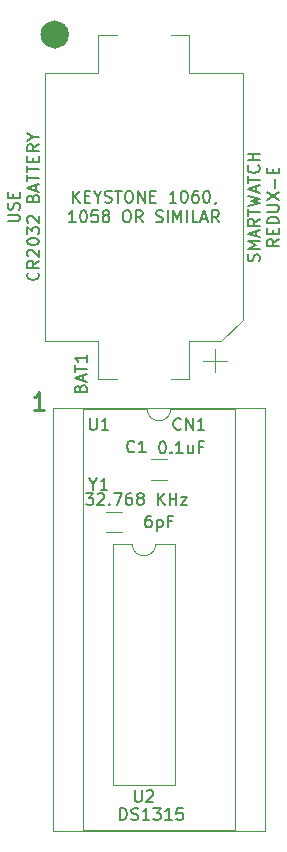
<source format=gto>
%TF.GenerationSoftware,KiCad,Pcbnew,(5.1.9)-1*%
%TF.CreationDate,2021-05-18T21:14:01+08:00*%
%TF.ProjectId,SmartWatchRedux-E-SMT,536d6172-7457-4617-9463-685265647578,rev?*%
%TF.SameCoordinates,Original*%
%TF.FileFunction,Legend,Top*%
%TF.FilePolarity,Positive*%
%FSLAX46Y46*%
G04 Gerber Fmt 4.6, Leading zero omitted, Abs format (unit mm)*
G04 Created by KiCad (PCBNEW (5.1.9)-1) date 2021-05-18 21:14:01*
%MOMM*%
%LPD*%
G01*
G04 APERTURE LIST*
%ADD10C,0.150000*%
%ADD11C,0.100000*%
%ADD12C,1.000000*%
%ADD13C,0.230000*%
%ADD14C,0.120000*%
G04 APERTURE END LIST*
D10*
X117419523Y-71207380D02*
X117229047Y-71207380D01*
X117133809Y-71255000D01*
X117086190Y-71302619D01*
X116990952Y-71445476D01*
X116943333Y-71635952D01*
X116943333Y-72016904D01*
X116990952Y-72112142D01*
X117038571Y-72159761D01*
X117133809Y-72207380D01*
X117324285Y-72207380D01*
X117419523Y-72159761D01*
X117467142Y-72112142D01*
X117514761Y-72016904D01*
X117514761Y-71778809D01*
X117467142Y-71683571D01*
X117419523Y-71635952D01*
X117324285Y-71588333D01*
X117133809Y-71588333D01*
X117038571Y-71635952D01*
X116990952Y-71683571D01*
X116943333Y-71778809D01*
X117943333Y-71540714D02*
X117943333Y-72540714D01*
X117943333Y-71588333D02*
X118038571Y-71540714D01*
X118229047Y-71540714D01*
X118324285Y-71588333D01*
X118371904Y-71635952D01*
X118419523Y-71731190D01*
X118419523Y-72016904D01*
X118371904Y-72112142D01*
X118324285Y-72159761D01*
X118229047Y-72207380D01*
X118038571Y-72207380D01*
X117943333Y-72159761D01*
X119181428Y-71683571D02*
X118848095Y-71683571D01*
X118848095Y-72207380D02*
X118848095Y-71207380D01*
X119324285Y-71207380D01*
D11*
G36*
X109855000Y-31115000D02*
G01*
X108585000Y-31115000D01*
X108585000Y-29845000D01*
X109855000Y-29845000D01*
X109855000Y-31115000D01*
G37*
X109855000Y-31115000D02*
X108585000Y-31115000D01*
X108585000Y-29845000D01*
X109855000Y-29845000D01*
X109855000Y-31115000D01*
D12*
X109985000Y-30480000D02*
G75*
G03*
X109985000Y-30480000I-700000J0D01*
G01*
D13*
X108378571Y-62273571D02*
X107521428Y-62273571D01*
X107950000Y-62273571D02*
X107950000Y-60773571D01*
X107807142Y-60987857D01*
X107664285Y-61130714D01*
X107521428Y-61202142D01*
D10*
X126579761Y-49656428D02*
X126627380Y-49513571D01*
X126627380Y-49275476D01*
X126579761Y-49180238D01*
X126532142Y-49132619D01*
X126436904Y-49085000D01*
X126341666Y-49085000D01*
X126246428Y-49132619D01*
X126198809Y-49180238D01*
X126151190Y-49275476D01*
X126103571Y-49465952D01*
X126055952Y-49561190D01*
X126008333Y-49608809D01*
X125913095Y-49656428D01*
X125817857Y-49656428D01*
X125722619Y-49608809D01*
X125675000Y-49561190D01*
X125627380Y-49465952D01*
X125627380Y-49227857D01*
X125675000Y-49085000D01*
X126627380Y-48656428D02*
X125627380Y-48656428D01*
X126341666Y-48323095D01*
X125627380Y-47989761D01*
X126627380Y-47989761D01*
X126341666Y-47561190D02*
X126341666Y-47085000D01*
X126627380Y-47656428D02*
X125627380Y-47323095D01*
X126627380Y-46989761D01*
X126627380Y-46085000D02*
X126151190Y-46418333D01*
X126627380Y-46656428D02*
X125627380Y-46656428D01*
X125627380Y-46275476D01*
X125675000Y-46180238D01*
X125722619Y-46132619D01*
X125817857Y-46085000D01*
X125960714Y-46085000D01*
X126055952Y-46132619D01*
X126103571Y-46180238D01*
X126151190Y-46275476D01*
X126151190Y-46656428D01*
X125627380Y-45799285D02*
X125627380Y-45227857D01*
X126627380Y-45513571D02*
X125627380Y-45513571D01*
X125627380Y-44989761D02*
X126627380Y-44751666D01*
X125913095Y-44561190D01*
X126627380Y-44370714D01*
X125627380Y-44132619D01*
X126341666Y-43799285D02*
X126341666Y-43323095D01*
X126627380Y-43894523D02*
X125627380Y-43561190D01*
X126627380Y-43227857D01*
X125627380Y-43037380D02*
X125627380Y-42465952D01*
X126627380Y-42751666D02*
X125627380Y-42751666D01*
X126532142Y-41561190D02*
X126579761Y-41608809D01*
X126627380Y-41751666D01*
X126627380Y-41846904D01*
X126579761Y-41989761D01*
X126484523Y-42085000D01*
X126389285Y-42132619D01*
X126198809Y-42180238D01*
X126055952Y-42180238D01*
X125865476Y-42132619D01*
X125770238Y-42085000D01*
X125675000Y-41989761D01*
X125627380Y-41846904D01*
X125627380Y-41751666D01*
X125675000Y-41608809D01*
X125722619Y-41561190D01*
X126627380Y-41132619D02*
X125627380Y-41132619D01*
X126103571Y-41132619D02*
X126103571Y-40561190D01*
X126627380Y-40561190D02*
X125627380Y-40561190D01*
X128277380Y-47799285D02*
X127801190Y-48132619D01*
X128277380Y-48370714D02*
X127277380Y-48370714D01*
X127277380Y-47989761D01*
X127325000Y-47894523D01*
X127372619Y-47846904D01*
X127467857Y-47799285D01*
X127610714Y-47799285D01*
X127705952Y-47846904D01*
X127753571Y-47894523D01*
X127801190Y-47989761D01*
X127801190Y-48370714D01*
X127753571Y-47370714D02*
X127753571Y-47037380D01*
X128277380Y-46894523D02*
X128277380Y-47370714D01*
X127277380Y-47370714D01*
X127277380Y-46894523D01*
X128277380Y-46465952D02*
X127277380Y-46465952D01*
X127277380Y-46227857D01*
X127325000Y-46085000D01*
X127420238Y-45989761D01*
X127515476Y-45942142D01*
X127705952Y-45894523D01*
X127848809Y-45894523D01*
X128039285Y-45942142D01*
X128134523Y-45989761D01*
X128229761Y-46085000D01*
X128277380Y-46227857D01*
X128277380Y-46465952D01*
X127277380Y-45465952D02*
X128086904Y-45465952D01*
X128182142Y-45418333D01*
X128229761Y-45370714D01*
X128277380Y-45275476D01*
X128277380Y-45085000D01*
X128229761Y-44989761D01*
X128182142Y-44942142D01*
X128086904Y-44894523D01*
X127277380Y-44894523D01*
X127277380Y-44513571D02*
X128277380Y-43846904D01*
X127277380Y-43846904D02*
X128277380Y-44513571D01*
X127896428Y-43465952D02*
X127896428Y-42704047D01*
X127753571Y-42227857D02*
X127753571Y-41894523D01*
X128277380Y-41751666D02*
X128277380Y-42227857D01*
X127277380Y-42227857D01*
X127277380Y-41751666D01*
X105307380Y-46299285D02*
X106116904Y-46299285D01*
X106212142Y-46251666D01*
X106259761Y-46204047D01*
X106307380Y-46108809D01*
X106307380Y-45918333D01*
X106259761Y-45823095D01*
X106212142Y-45775476D01*
X106116904Y-45727857D01*
X105307380Y-45727857D01*
X106259761Y-45299285D02*
X106307380Y-45156428D01*
X106307380Y-44918333D01*
X106259761Y-44823095D01*
X106212142Y-44775476D01*
X106116904Y-44727857D01*
X106021666Y-44727857D01*
X105926428Y-44775476D01*
X105878809Y-44823095D01*
X105831190Y-44918333D01*
X105783571Y-45108809D01*
X105735952Y-45204047D01*
X105688333Y-45251666D01*
X105593095Y-45299285D01*
X105497857Y-45299285D01*
X105402619Y-45251666D01*
X105355000Y-45204047D01*
X105307380Y-45108809D01*
X105307380Y-44870714D01*
X105355000Y-44727857D01*
X105783571Y-44299285D02*
X105783571Y-43965952D01*
X106307380Y-43823095D02*
X106307380Y-44299285D01*
X105307380Y-44299285D01*
X105307380Y-43823095D01*
X107862142Y-50632619D02*
X107909761Y-50680238D01*
X107957380Y-50823095D01*
X107957380Y-50918333D01*
X107909761Y-51061190D01*
X107814523Y-51156428D01*
X107719285Y-51204047D01*
X107528809Y-51251666D01*
X107385952Y-51251666D01*
X107195476Y-51204047D01*
X107100238Y-51156428D01*
X107005000Y-51061190D01*
X106957380Y-50918333D01*
X106957380Y-50823095D01*
X107005000Y-50680238D01*
X107052619Y-50632619D01*
X107957380Y-49632619D02*
X107481190Y-49965952D01*
X107957380Y-50204047D02*
X106957380Y-50204047D01*
X106957380Y-49823095D01*
X107005000Y-49727857D01*
X107052619Y-49680238D01*
X107147857Y-49632619D01*
X107290714Y-49632619D01*
X107385952Y-49680238D01*
X107433571Y-49727857D01*
X107481190Y-49823095D01*
X107481190Y-50204047D01*
X107052619Y-49251666D02*
X107005000Y-49204047D01*
X106957380Y-49108809D01*
X106957380Y-48870714D01*
X107005000Y-48775476D01*
X107052619Y-48727857D01*
X107147857Y-48680238D01*
X107243095Y-48680238D01*
X107385952Y-48727857D01*
X107957380Y-49299285D01*
X107957380Y-48680238D01*
X106957380Y-48061190D02*
X106957380Y-47965952D01*
X107005000Y-47870714D01*
X107052619Y-47823095D01*
X107147857Y-47775476D01*
X107338333Y-47727857D01*
X107576428Y-47727857D01*
X107766904Y-47775476D01*
X107862142Y-47823095D01*
X107909761Y-47870714D01*
X107957380Y-47965952D01*
X107957380Y-48061190D01*
X107909761Y-48156428D01*
X107862142Y-48204047D01*
X107766904Y-48251666D01*
X107576428Y-48299285D01*
X107338333Y-48299285D01*
X107147857Y-48251666D01*
X107052619Y-48204047D01*
X107005000Y-48156428D01*
X106957380Y-48061190D01*
X106957380Y-47394523D02*
X106957380Y-46775476D01*
X107338333Y-47108809D01*
X107338333Y-46965952D01*
X107385952Y-46870714D01*
X107433571Y-46823095D01*
X107528809Y-46775476D01*
X107766904Y-46775476D01*
X107862142Y-46823095D01*
X107909761Y-46870714D01*
X107957380Y-46965952D01*
X107957380Y-47251666D01*
X107909761Y-47346904D01*
X107862142Y-47394523D01*
X107052619Y-46394523D02*
X107005000Y-46346904D01*
X106957380Y-46251666D01*
X106957380Y-46013571D01*
X107005000Y-45918333D01*
X107052619Y-45870714D01*
X107147857Y-45823095D01*
X107243095Y-45823095D01*
X107385952Y-45870714D01*
X107957380Y-46442142D01*
X107957380Y-45823095D01*
X107433571Y-44299285D02*
X107481190Y-44156428D01*
X107528809Y-44108809D01*
X107624047Y-44061190D01*
X107766904Y-44061190D01*
X107862142Y-44108809D01*
X107909761Y-44156428D01*
X107957380Y-44251666D01*
X107957380Y-44632619D01*
X106957380Y-44632619D01*
X106957380Y-44299285D01*
X107005000Y-44204047D01*
X107052619Y-44156428D01*
X107147857Y-44108809D01*
X107243095Y-44108809D01*
X107338333Y-44156428D01*
X107385952Y-44204047D01*
X107433571Y-44299285D01*
X107433571Y-44632619D01*
X107671666Y-43680238D02*
X107671666Y-43204047D01*
X107957380Y-43775476D02*
X106957380Y-43442142D01*
X107957380Y-43108809D01*
X106957380Y-42918333D02*
X106957380Y-42346904D01*
X107957380Y-42632619D02*
X106957380Y-42632619D01*
X106957380Y-42156428D02*
X106957380Y-41585000D01*
X107957380Y-41870714D02*
X106957380Y-41870714D01*
X107433571Y-41251666D02*
X107433571Y-40918333D01*
X107957380Y-40775476D02*
X107957380Y-41251666D01*
X106957380Y-41251666D01*
X106957380Y-40775476D01*
X107957380Y-39775476D02*
X107481190Y-40108809D01*
X107957380Y-40346904D02*
X106957380Y-40346904D01*
X106957380Y-39965952D01*
X107005000Y-39870714D01*
X107052619Y-39823095D01*
X107147857Y-39775476D01*
X107290714Y-39775476D01*
X107385952Y-39823095D01*
X107433571Y-39870714D01*
X107481190Y-39965952D01*
X107481190Y-40346904D01*
X107481190Y-39156428D02*
X107957380Y-39156428D01*
X106957380Y-39489761D02*
X107481190Y-39156428D01*
X106957380Y-38823095D01*
X110816190Y-44712380D02*
X110816190Y-43712380D01*
X111387619Y-44712380D02*
X110959047Y-44140952D01*
X111387619Y-43712380D02*
X110816190Y-44283809D01*
X111816190Y-44188571D02*
X112149523Y-44188571D01*
X112292380Y-44712380D02*
X111816190Y-44712380D01*
X111816190Y-43712380D01*
X112292380Y-43712380D01*
X112911428Y-44236190D02*
X112911428Y-44712380D01*
X112578095Y-43712380D02*
X112911428Y-44236190D01*
X113244761Y-43712380D01*
X113530476Y-44664761D02*
X113673333Y-44712380D01*
X113911428Y-44712380D01*
X114006666Y-44664761D01*
X114054285Y-44617142D01*
X114101904Y-44521904D01*
X114101904Y-44426666D01*
X114054285Y-44331428D01*
X114006666Y-44283809D01*
X113911428Y-44236190D01*
X113720952Y-44188571D01*
X113625714Y-44140952D01*
X113578095Y-44093333D01*
X113530476Y-43998095D01*
X113530476Y-43902857D01*
X113578095Y-43807619D01*
X113625714Y-43760000D01*
X113720952Y-43712380D01*
X113959047Y-43712380D01*
X114101904Y-43760000D01*
X114387619Y-43712380D02*
X114959047Y-43712380D01*
X114673333Y-44712380D02*
X114673333Y-43712380D01*
X115482857Y-43712380D02*
X115673333Y-43712380D01*
X115768571Y-43760000D01*
X115863809Y-43855238D01*
X115911428Y-44045714D01*
X115911428Y-44379047D01*
X115863809Y-44569523D01*
X115768571Y-44664761D01*
X115673333Y-44712380D01*
X115482857Y-44712380D01*
X115387619Y-44664761D01*
X115292380Y-44569523D01*
X115244761Y-44379047D01*
X115244761Y-44045714D01*
X115292380Y-43855238D01*
X115387619Y-43760000D01*
X115482857Y-43712380D01*
X116340000Y-44712380D02*
X116340000Y-43712380D01*
X116911428Y-44712380D01*
X116911428Y-43712380D01*
X117387619Y-44188571D02*
X117720952Y-44188571D01*
X117863809Y-44712380D02*
X117387619Y-44712380D01*
X117387619Y-43712380D01*
X117863809Y-43712380D01*
X119578095Y-44712380D02*
X119006666Y-44712380D01*
X119292380Y-44712380D02*
X119292380Y-43712380D01*
X119197142Y-43855238D01*
X119101904Y-43950476D01*
X119006666Y-43998095D01*
X120197142Y-43712380D02*
X120292380Y-43712380D01*
X120387619Y-43760000D01*
X120435238Y-43807619D01*
X120482857Y-43902857D01*
X120530476Y-44093333D01*
X120530476Y-44331428D01*
X120482857Y-44521904D01*
X120435238Y-44617142D01*
X120387619Y-44664761D01*
X120292380Y-44712380D01*
X120197142Y-44712380D01*
X120101904Y-44664761D01*
X120054285Y-44617142D01*
X120006666Y-44521904D01*
X119959047Y-44331428D01*
X119959047Y-44093333D01*
X120006666Y-43902857D01*
X120054285Y-43807619D01*
X120101904Y-43760000D01*
X120197142Y-43712380D01*
X121387619Y-43712380D02*
X121197142Y-43712380D01*
X121101904Y-43760000D01*
X121054285Y-43807619D01*
X120959047Y-43950476D01*
X120911428Y-44140952D01*
X120911428Y-44521904D01*
X120959047Y-44617142D01*
X121006666Y-44664761D01*
X121101904Y-44712380D01*
X121292380Y-44712380D01*
X121387619Y-44664761D01*
X121435238Y-44617142D01*
X121482857Y-44521904D01*
X121482857Y-44283809D01*
X121435238Y-44188571D01*
X121387619Y-44140952D01*
X121292380Y-44093333D01*
X121101904Y-44093333D01*
X121006666Y-44140952D01*
X120959047Y-44188571D01*
X120911428Y-44283809D01*
X122101904Y-43712380D02*
X122197142Y-43712380D01*
X122292380Y-43760000D01*
X122340000Y-43807619D01*
X122387619Y-43902857D01*
X122435238Y-44093333D01*
X122435238Y-44331428D01*
X122387619Y-44521904D01*
X122340000Y-44617142D01*
X122292380Y-44664761D01*
X122197142Y-44712380D01*
X122101904Y-44712380D01*
X122006666Y-44664761D01*
X121959047Y-44617142D01*
X121911428Y-44521904D01*
X121863809Y-44331428D01*
X121863809Y-44093333D01*
X121911428Y-43902857D01*
X121959047Y-43807619D01*
X122006666Y-43760000D01*
X122101904Y-43712380D01*
X122911428Y-44664761D02*
X122911428Y-44712380D01*
X122863809Y-44807619D01*
X122816190Y-44855238D01*
X111054285Y-46362380D02*
X110482857Y-46362380D01*
X110768571Y-46362380D02*
X110768571Y-45362380D01*
X110673333Y-45505238D01*
X110578095Y-45600476D01*
X110482857Y-45648095D01*
X111673333Y-45362380D02*
X111768571Y-45362380D01*
X111863809Y-45410000D01*
X111911428Y-45457619D01*
X111959047Y-45552857D01*
X112006666Y-45743333D01*
X112006666Y-45981428D01*
X111959047Y-46171904D01*
X111911428Y-46267142D01*
X111863809Y-46314761D01*
X111768571Y-46362380D01*
X111673333Y-46362380D01*
X111578095Y-46314761D01*
X111530476Y-46267142D01*
X111482857Y-46171904D01*
X111435238Y-45981428D01*
X111435238Y-45743333D01*
X111482857Y-45552857D01*
X111530476Y-45457619D01*
X111578095Y-45410000D01*
X111673333Y-45362380D01*
X112911428Y-45362380D02*
X112435238Y-45362380D01*
X112387619Y-45838571D01*
X112435238Y-45790952D01*
X112530476Y-45743333D01*
X112768571Y-45743333D01*
X112863809Y-45790952D01*
X112911428Y-45838571D01*
X112959047Y-45933809D01*
X112959047Y-46171904D01*
X112911428Y-46267142D01*
X112863809Y-46314761D01*
X112768571Y-46362380D01*
X112530476Y-46362380D01*
X112435238Y-46314761D01*
X112387619Y-46267142D01*
X113530476Y-45790952D02*
X113435238Y-45743333D01*
X113387619Y-45695714D01*
X113340000Y-45600476D01*
X113340000Y-45552857D01*
X113387619Y-45457619D01*
X113435238Y-45410000D01*
X113530476Y-45362380D01*
X113720952Y-45362380D01*
X113816190Y-45410000D01*
X113863809Y-45457619D01*
X113911428Y-45552857D01*
X113911428Y-45600476D01*
X113863809Y-45695714D01*
X113816190Y-45743333D01*
X113720952Y-45790952D01*
X113530476Y-45790952D01*
X113435238Y-45838571D01*
X113387619Y-45886190D01*
X113340000Y-45981428D01*
X113340000Y-46171904D01*
X113387619Y-46267142D01*
X113435238Y-46314761D01*
X113530476Y-46362380D01*
X113720952Y-46362380D01*
X113816190Y-46314761D01*
X113863809Y-46267142D01*
X113911428Y-46171904D01*
X113911428Y-45981428D01*
X113863809Y-45886190D01*
X113816190Y-45838571D01*
X113720952Y-45790952D01*
X115292380Y-45362380D02*
X115482857Y-45362380D01*
X115578095Y-45410000D01*
X115673333Y-45505238D01*
X115720952Y-45695714D01*
X115720952Y-46029047D01*
X115673333Y-46219523D01*
X115578095Y-46314761D01*
X115482857Y-46362380D01*
X115292380Y-46362380D01*
X115197142Y-46314761D01*
X115101904Y-46219523D01*
X115054285Y-46029047D01*
X115054285Y-45695714D01*
X115101904Y-45505238D01*
X115197142Y-45410000D01*
X115292380Y-45362380D01*
X116720952Y-46362380D02*
X116387619Y-45886190D01*
X116149523Y-46362380D02*
X116149523Y-45362380D01*
X116530476Y-45362380D01*
X116625714Y-45410000D01*
X116673333Y-45457619D01*
X116720952Y-45552857D01*
X116720952Y-45695714D01*
X116673333Y-45790952D01*
X116625714Y-45838571D01*
X116530476Y-45886190D01*
X116149523Y-45886190D01*
X117863809Y-46314761D02*
X118006666Y-46362380D01*
X118244761Y-46362380D01*
X118340000Y-46314761D01*
X118387619Y-46267142D01*
X118435238Y-46171904D01*
X118435238Y-46076666D01*
X118387619Y-45981428D01*
X118340000Y-45933809D01*
X118244761Y-45886190D01*
X118054285Y-45838571D01*
X117959047Y-45790952D01*
X117911428Y-45743333D01*
X117863809Y-45648095D01*
X117863809Y-45552857D01*
X117911428Y-45457619D01*
X117959047Y-45410000D01*
X118054285Y-45362380D01*
X118292380Y-45362380D01*
X118435238Y-45410000D01*
X118863809Y-46362380D02*
X118863809Y-45362380D01*
X119340000Y-46362380D02*
X119340000Y-45362380D01*
X119673333Y-46076666D01*
X120006666Y-45362380D01*
X120006666Y-46362380D01*
X120482857Y-46362380D02*
X120482857Y-45362380D01*
X121435238Y-46362380D02*
X120959047Y-46362380D01*
X120959047Y-45362380D01*
X121720952Y-46076666D02*
X122197142Y-46076666D01*
X121625714Y-46362380D02*
X121959047Y-45362380D01*
X122292380Y-46362380D01*
X123197142Y-46362380D02*
X122863809Y-45886190D01*
X122625714Y-46362380D02*
X122625714Y-45362380D01*
X123006666Y-45362380D01*
X123101904Y-45410000D01*
X123149523Y-45457619D01*
X123197142Y-45552857D01*
X123197142Y-45695714D01*
X123149523Y-45790952D01*
X123101904Y-45838571D01*
X123006666Y-45886190D01*
X122625714Y-45886190D01*
D14*
%TO.C,Y1*%
X114975000Y-72630000D02*
X113625000Y-72630000D01*
X114975000Y-70880000D02*
X113625000Y-70880000D01*
%TO.C,BAT1*%
X122840000Y-57085000D02*
X122840000Y-59085000D01*
X121840000Y-58085000D02*
X123840000Y-58085000D01*
X108490000Y-33735000D02*
X112990000Y-33735000D01*
X108490000Y-56435000D02*
X112990000Y-56435000D01*
X108490000Y-56435000D02*
X108490000Y-33735000D01*
X112990000Y-30535000D02*
X114540000Y-30535000D01*
X112990000Y-33735000D02*
X112990000Y-30535000D01*
X112990000Y-59635000D02*
X114540000Y-59635000D01*
X112990000Y-56435000D02*
X112990000Y-59635000D01*
X120690000Y-59635000D02*
X119140000Y-59635000D01*
X120690000Y-56435000D02*
X120690000Y-59635000D01*
X125190000Y-54635000D02*
X123390000Y-56435000D01*
X123390000Y-56435000D02*
X120690000Y-56435000D01*
X125190000Y-33735000D02*
X125190000Y-54635000D01*
X125190000Y-33735000D02*
X120690000Y-33735000D01*
X120690000Y-30535000D02*
X119140000Y-30535000D01*
X120690000Y-33735000D02*
X120690000Y-30535000D01*
%TO.C,C1*%
X118821252Y-66400000D02*
X117398748Y-66400000D01*
X118821252Y-68220000D02*
X117398748Y-68220000D01*
%TO.C,U1*%
X117110000Y-62170000D02*
X111650000Y-62170000D01*
X111650000Y-62170000D02*
X111650000Y-97850000D01*
X111650000Y-97850000D02*
X124570000Y-97850000D01*
X124570000Y-97850000D02*
X124570000Y-62170000D01*
X124570000Y-62170000D02*
X119110000Y-62170000D01*
X109160000Y-62110000D02*
X109160000Y-97910000D01*
X109160000Y-97910000D02*
X127060000Y-97910000D01*
X127060000Y-97910000D02*
X127060000Y-62110000D01*
X127060000Y-62110000D02*
X109160000Y-62110000D01*
X119110000Y-62170000D02*
G75*
G02*
X117110000Y-62170000I-1000000J0D01*
G01*
%TO.C,U2*%
X115840000Y-73600000D02*
X114190000Y-73600000D01*
X114190000Y-73600000D02*
X114190000Y-94040000D01*
X114190000Y-94040000D02*
X119490000Y-94040000D01*
X119490000Y-94040000D02*
X119490000Y-73600000D01*
X119490000Y-73600000D02*
X117840000Y-73600000D01*
X117840000Y-73600000D02*
G75*
G02*
X115840000Y-73600000I-1000000J0D01*
G01*
%TO.C,Y1*%
D10*
X112553809Y-68556190D02*
X112553809Y-69032380D01*
X112220476Y-68032380D02*
X112553809Y-68556190D01*
X112887142Y-68032380D01*
X113744285Y-69032380D02*
X113172857Y-69032380D01*
X113458571Y-69032380D02*
X113458571Y-68032380D01*
X113363333Y-68175238D01*
X113268095Y-68270476D01*
X113172857Y-68318095D01*
X111919285Y-69302380D02*
X112538333Y-69302380D01*
X112205000Y-69683333D01*
X112347857Y-69683333D01*
X112443095Y-69730952D01*
X112490714Y-69778571D01*
X112538333Y-69873809D01*
X112538333Y-70111904D01*
X112490714Y-70207142D01*
X112443095Y-70254761D01*
X112347857Y-70302380D01*
X112062142Y-70302380D01*
X111966904Y-70254761D01*
X111919285Y-70207142D01*
X112919285Y-69397619D02*
X112966904Y-69350000D01*
X113062142Y-69302380D01*
X113300238Y-69302380D01*
X113395476Y-69350000D01*
X113443095Y-69397619D01*
X113490714Y-69492857D01*
X113490714Y-69588095D01*
X113443095Y-69730952D01*
X112871666Y-70302380D01*
X113490714Y-70302380D01*
X113919285Y-70207142D02*
X113966904Y-70254761D01*
X113919285Y-70302380D01*
X113871666Y-70254761D01*
X113919285Y-70207142D01*
X113919285Y-70302380D01*
X114300238Y-69302380D02*
X114966904Y-69302380D01*
X114538333Y-70302380D01*
X115776428Y-69302380D02*
X115585952Y-69302380D01*
X115490714Y-69350000D01*
X115443095Y-69397619D01*
X115347857Y-69540476D01*
X115300238Y-69730952D01*
X115300238Y-70111904D01*
X115347857Y-70207142D01*
X115395476Y-70254761D01*
X115490714Y-70302380D01*
X115681190Y-70302380D01*
X115776428Y-70254761D01*
X115824047Y-70207142D01*
X115871666Y-70111904D01*
X115871666Y-69873809D01*
X115824047Y-69778571D01*
X115776428Y-69730952D01*
X115681190Y-69683333D01*
X115490714Y-69683333D01*
X115395476Y-69730952D01*
X115347857Y-69778571D01*
X115300238Y-69873809D01*
X116443095Y-69730952D02*
X116347857Y-69683333D01*
X116300238Y-69635714D01*
X116252619Y-69540476D01*
X116252619Y-69492857D01*
X116300238Y-69397619D01*
X116347857Y-69350000D01*
X116443095Y-69302380D01*
X116633571Y-69302380D01*
X116728809Y-69350000D01*
X116776428Y-69397619D01*
X116824047Y-69492857D01*
X116824047Y-69540476D01*
X116776428Y-69635714D01*
X116728809Y-69683333D01*
X116633571Y-69730952D01*
X116443095Y-69730952D01*
X116347857Y-69778571D01*
X116300238Y-69826190D01*
X116252619Y-69921428D01*
X116252619Y-70111904D01*
X116300238Y-70207142D01*
X116347857Y-70254761D01*
X116443095Y-70302380D01*
X116633571Y-70302380D01*
X116728809Y-70254761D01*
X116776428Y-70207142D01*
X116824047Y-70111904D01*
X116824047Y-69921428D01*
X116776428Y-69826190D01*
X116728809Y-69778571D01*
X116633571Y-69730952D01*
X118014523Y-70302380D02*
X118014523Y-69302380D01*
X118585952Y-70302380D02*
X118157380Y-69730952D01*
X118585952Y-69302380D02*
X118014523Y-69873809D01*
X119014523Y-70302380D02*
X119014523Y-69302380D01*
X119014523Y-69778571D02*
X119585952Y-69778571D01*
X119585952Y-70302380D02*
X119585952Y-69302380D01*
X119966904Y-69635714D02*
X120490714Y-69635714D01*
X119966904Y-70302380D01*
X120490714Y-70302380D01*
%TO.C,BAT1*%
X111468571Y-60424285D02*
X111516190Y-60281428D01*
X111563809Y-60233809D01*
X111659047Y-60186190D01*
X111801904Y-60186190D01*
X111897142Y-60233809D01*
X111944761Y-60281428D01*
X111992380Y-60376666D01*
X111992380Y-60757619D01*
X110992380Y-60757619D01*
X110992380Y-60424285D01*
X111040000Y-60329047D01*
X111087619Y-60281428D01*
X111182857Y-60233809D01*
X111278095Y-60233809D01*
X111373333Y-60281428D01*
X111420952Y-60329047D01*
X111468571Y-60424285D01*
X111468571Y-60757619D01*
X111706666Y-59805238D02*
X111706666Y-59329047D01*
X111992380Y-59900476D02*
X110992380Y-59567142D01*
X111992380Y-59233809D01*
X110992380Y-59043333D02*
X110992380Y-58471904D01*
X111992380Y-58757619D02*
X110992380Y-58757619D01*
X111992380Y-57614761D02*
X111992380Y-58186190D01*
X111992380Y-57900476D02*
X110992380Y-57900476D01*
X111135238Y-57995714D01*
X111230476Y-58090952D01*
X111278095Y-58186190D01*
%TO.C,C1*%
X116038333Y-65762142D02*
X115990714Y-65809761D01*
X115847857Y-65857380D01*
X115752619Y-65857380D01*
X115609761Y-65809761D01*
X115514523Y-65714523D01*
X115466904Y-65619285D01*
X115419285Y-65428809D01*
X115419285Y-65285952D01*
X115466904Y-65095476D01*
X115514523Y-65000238D01*
X115609761Y-64905000D01*
X115752619Y-64857380D01*
X115847857Y-64857380D01*
X115990714Y-64905000D01*
X116038333Y-64952619D01*
X116990714Y-65857380D02*
X116419285Y-65857380D01*
X116705000Y-65857380D02*
X116705000Y-64857380D01*
X116609761Y-65000238D01*
X116514523Y-65095476D01*
X116419285Y-65143095D01*
X118372142Y-64912380D02*
X118467380Y-64912380D01*
X118562619Y-64960000D01*
X118610238Y-65007619D01*
X118657857Y-65102857D01*
X118705476Y-65293333D01*
X118705476Y-65531428D01*
X118657857Y-65721904D01*
X118610238Y-65817142D01*
X118562619Y-65864761D01*
X118467380Y-65912380D01*
X118372142Y-65912380D01*
X118276904Y-65864761D01*
X118229285Y-65817142D01*
X118181666Y-65721904D01*
X118134047Y-65531428D01*
X118134047Y-65293333D01*
X118181666Y-65102857D01*
X118229285Y-65007619D01*
X118276904Y-64960000D01*
X118372142Y-64912380D01*
X119134047Y-65817142D02*
X119181666Y-65864761D01*
X119134047Y-65912380D01*
X119086428Y-65864761D01*
X119134047Y-65817142D01*
X119134047Y-65912380D01*
X120134047Y-65912380D02*
X119562619Y-65912380D01*
X119848333Y-65912380D02*
X119848333Y-64912380D01*
X119753095Y-65055238D01*
X119657857Y-65150476D01*
X119562619Y-65198095D01*
X120991190Y-65245714D02*
X120991190Y-65912380D01*
X120562619Y-65245714D02*
X120562619Y-65769523D01*
X120610238Y-65864761D01*
X120705476Y-65912380D01*
X120848333Y-65912380D01*
X120943571Y-65864761D01*
X120991190Y-65817142D01*
X121800714Y-65388571D02*
X121467380Y-65388571D01*
X121467380Y-65912380D02*
X121467380Y-64912380D01*
X121943571Y-64912380D01*
%TO.C,CN1*%
X119959523Y-63857142D02*
X119911904Y-63904761D01*
X119769047Y-63952380D01*
X119673809Y-63952380D01*
X119530952Y-63904761D01*
X119435714Y-63809523D01*
X119388095Y-63714285D01*
X119340476Y-63523809D01*
X119340476Y-63380952D01*
X119388095Y-63190476D01*
X119435714Y-63095238D01*
X119530952Y-63000000D01*
X119673809Y-62952380D01*
X119769047Y-62952380D01*
X119911904Y-63000000D01*
X119959523Y-63047619D01*
X120388095Y-63952380D02*
X120388095Y-62952380D01*
X120959523Y-63952380D01*
X120959523Y-62952380D01*
X121959523Y-63952380D02*
X121388095Y-63952380D01*
X121673809Y-63952380D02*
X121673809Y-62952380D01*
X121578571Y-63095238D01*
X121483333Y-63190476D01*
X121388095Y-63238095D01*
%TO.C,U1*%
X112268095Y-62952380D02*
X112268095Y-63761904D01*
X112315714Y-63857142D01*
X112363333Y-63904761D01*
X112458571Y-63952380D01*
X112649047Y-63952380D01*
X112744285Y-63904761D01*
X112791904Y-63857142D01*
X112839523Y-63761904D01*
X112839523Y-62952380D01*
X113839523Y-63952380D02*
X113268095Y-63952380D01*
X113553809Y-63952380D02*
X113553809Y-62952380D01*
X113458571Y-63095238D01*
X113363333Y-63190476D01*
X113268095Y-63238095D01*
%TO.C,U2*%
X116078095Y-94448380D02*
X116078095Y-95257904D01*
X116125714Y-95353142D01*
X116173333Y-95400761D01*
X116268571Y-95448380D01*
X116459047Y-95448380D01*
X116554285Y-95400761D01*
X116601904Y-95353142D01*
X116649523Y-95257904D01*
X116649523Y-94448380D01*
X117078095Y-94543619D02*
X117125714Y-94496000D01*
X117220952Y-94448380D01*
X117459047Y-94448380D01*
X117554285Y-94496000D01*
X117601904Y-94543619D01*
X117649523Y-94638857D01*
X117649523Y-94734095D01*
X117601904Y-94876952D01*
X117030476Y-95448380D01*
X117649523Y-95448380D01*
X114832142Y-96972380D02*
X114832142Y-95972380D01*
X115070238Y-95972380D01*
X115213095Y-96020000D01*
X115308333Y-96115238D01*
X115355952Y-96210476D01*
X115403571Y-96400952D01*
X115403571Y-96543809D01*
X115355952Y-96734285D01*
X115308333Y-96829523D01*
X115213095Y-96924761D01*
X115070238Y-96972380D01*
X114832142Y-96972380D01*
X115784523Y-96924761D02*
X115927380Y-96972380D01*
X116165476Y-96972380D01*
X116260714Y-96924761D01*
X116308333Y-96877142D01*
X116355952Y-96781904D01*
X116355952Y-96686666D01*
X116308333Y-96591428D01*
X116260714Y-96543809D01*
X116165476Y-96496190D01*
X115975000Y-96448571D01*
X115879761Y-96400952D01*
X115832142Y-96353333D01*
X115784523Y-96258095D01*
X115784523Y-96162857D01*
X115832142Y-96067619D01*
X115879761Y-96020000D01*
X115975000Y-95972380D01*
X116213095Y-95972380D01*
X116355952Y-96020000D01*
X117308333Y-96972380D02*
X116736904Y-96972380D01*
X117022619Y-96972380D02*
X117022619Y-95972380D01*
X116927380Y-96115238D01*
X116832142Y-96210476D01*
X116736904Y-96258095D01*
X117641666Y-95972380D02*
X118260714Y-95972380D01*
X117927380Y-96353333D01*
X118070238Y-96353333D01*
X118165476Y-96400952D01*
X118213095Y-96448571D01*
X118260714Y-96543809D01*
X118260714Y-96781904D01*
X118213095Y-96877142D01*
X118165476Y-96924761D01*
X118070238Y-96972380D01*
X117784523Y-96972380D01*
X117689285Y-96924761D01*
X117641666Y-96877142D01*
X119213095Y-96972380D02*
X118641666Y-96972380D01*
X118927380Y-96972380D02*
X118927380Y-95972380D01*
X118832142Y-96115238D01*
X118736904Y-96210476D01*
X118641666Y-96258095D01*
X120117857Y-95972380D02*
X119641666Y-95972380D01*
X119594047Y-96448571D01*
X119641666Y-96400952D01*
X119736904Y-96353333D01*
X119975000Y-96353333D01*
X120070238Y-96400952D01*
X120117857Y-96448571D01*
X120165476Y-96543809D01*
X120165476Y-96781904D01*
X120117857Y-96877142D01*
X120070238Y-96924761D01*
X119975000Y-96972380D01*
X119736904Y-96972380D01*
X119641666Y-96924761D01*
X119594047Y-96877142D01*
%TD*%
M02*

</source>
